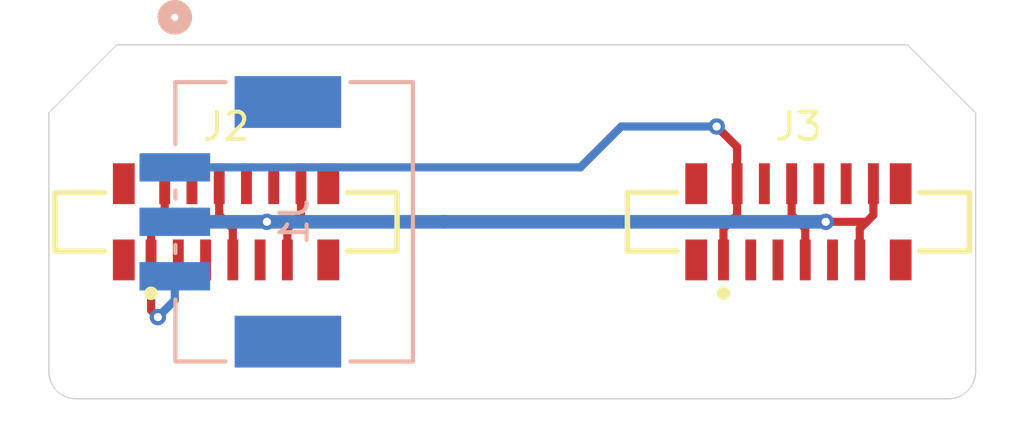
<source format=kicad_pcb>
(kicad_pcb (version 20241229) (generator "pcbnew") (generator_version "9.0")
  (layers (0 "F.Cu" signal) (2 "B.Cu" signal) (13 "F.Paste" user) (15 "B.Paste" user) (5 "F.SilkS" user "F.Silkscreen") (7 "B.SilkS" user "B.Silkscreen") (1 "F.Mask" user) (3 "B.Mask" user) (25 "Edge.Cuts" user))
  (net 0 "")
  (net 1 "GND")
  (net 2 "/Out0")
  (net 3 "/Out1")
  (footprint "Altium_WR-FPC (rev22c):687312124422" (layer "F.Cu") (at 89.5 141.5)
    (property "Reference" "J2" (at 0 -3.5 0) (layer "F.SilkS"))
    (property "Value" "Würth 687312124422")
    (fp_line (start -6.275 -1.075) (end -4.45 -1.075) (stroke (width 0.2)) (layer "F.SilkS"))
    (fp_line (start -6.275 1.075) (end -6.275 -1.075) (stroke (width 0.2)) (layer "F.SilkS"))
    (fp_line (start -6.275 1.075) (end -4.45 1.075) (stroke (width 0.2)) (layer "F.SilkS"))
    (fp_line (start 4.45 -1.075) (end 6.275 -1.075) (stroke (width 0.2)) (layer "F.SilkS"))
    (fp_line (start 4.45 1.075) (end 6.275 1.075) (stroke (width 0.2)) (layer "F.SilkS"))
    (fp_line (start 6.275 1.075) (end 6.275 -1.075) (stroke (width 0.2)) (layer "F.SilkS"))
    (fp_circle (center -2.75 2.625) (end -2.75 2.5) (stroke (width 0.25)) (fill no) (layer "F.SilkS"))
    (pad "1" smd rect (at -2.75 1.4) (size 0.4 1.5) (layers "F.Cu" "F.Mask" "F.Paste") (net 2 "/Out0"))
    (pad "2" smd rect (at -2.25 -1.4) (size 0.4 1.5) (layers "F.Cu" "F.Mask" "F.Paste") (net 2 "/Out0"))
    (pad "3" smd rect (at -1.74999 1.4) (size 0.4 1.5) (layers "F.Cu" "F.Mask" "F.Paste"))
    (pad "4" smd rect (at -1.25 -1.4) (size 0.4 1.5) (layers "F.Cu" "F.Mask" "F.Paste"))
    (pad "5" smd rect (at -0.74999 1.4) (size 0.4 1.5) (layers "F.Cu" "F.Mask" "F.Paste"))
    (pad "6" smd rect (at -0.24999 -1.4) (size 0.4 1.5) (layers "F.Cu" "F.Mask" "F.Paste") (net 1 "GND"))
    (pad "7" smd rect (at 0.25001 1.4) (size 0.4 1.5) (layers "F.Cu" "F.Mask" "F.Paste") (net 1 "GND"))
    (pad "8" smd rect (at 0.75001 -1.4) (size 0.4 1.5) (layers "F.Cu" "F.Mask" "F.Paste"))
    (pad "9" smd rect (at 1.25001 1.4) (size 0.4 1.5) (layers "F.Cu" "F.Mask" "F.Paste"))
    (pad "10" smd rect (at 1.75001 -1.4) (size 0.4 1.5) (layers "F.Cu" "F.Mask" "F.Paste"))
    (pad "11" smd rect (at 2.25001 1.4) (size 0.4 1.5) (layers "F.Cu" "F.Mask" "F.Paste") (net 1 "GND"))
    (pad "12" smd rect (at 2.75001 -1.4) (size 0.4 1.5) (layers "F.Cu" "F.Mask" "F.Paste") (net 1 "GND"))
    (pad "M1" smd rect (at -3.75 1.4) (size 0.8 1.5) (layers "F.Cu" "F.Mask" "F.Paste"))
    (pad "M2" smd rect (at -3.75 -1.4) (size 0.8 1.5) (layers "F.Cu" "F.Mask" "F.Paste"))
    (pad "M3" smd rect (at 3.75001 1.4) (size 0.8 1.5) (layers "F.Cu" "F.Mask" "F.Paste"))
    (pad "M4" smd rect (at 3.75001 -1.4) (size 0.8 1.5) (layers "F.Cu" "F.Mask" "F.Paste"))
  )
  (footprint "Altium_WR-FPC (rev22c):687312124422" (layer "F.Cu") (at 110.5 141.5)
    (property "Reference" "J3" (at 0 -3.5 0) (layer "F.SilkS"))
    (property "Value" "Würth 687312124422")
    (fp_line (start -6.275 -1.075) (end -4.45 -1.075) (stroke (width 0.2)) (layer "F.SilkS"))
    (fp_line (start -6.275 1.075) (end -6.275 -1.075) (stroke (width 0.2)) (layer "F.SilkS"))
    (fp_line (start -6.275 1.075) (end -4.45 1.075) (stroke (width 0.2)) (layer "F.SilkS"))
    (fp_line (start 4.45 -1.075) (end 6.275 -1.075) (stroke (width 0.2)) (layer "F.SilkS"))
    (fp_line (start 4.45 1.075) (end 6.275 1.075) (stroke (width 0.2)) (layer "F.SilkS"))
    (fp_line (start 6.275 1.075) (end 6.275 -1.075) (stroke (width 0.2)) (layer "F.SilkS"))
    (fp_circle (center -2.75 2.625) (end -2.75 2.5) (stroke (width 0.25)) (fill no) (layer "F.SilkS"))
    (pad "1" smd rect (at -2.75 1.4) (size 0.4 1.5) (layers "F.Cu" "F.Mask" "F.Paste") (net 3 "/Out1"))
    (pad "2" smd rect (at -2.25 -1.4) (size 0.4 1.5) (layers "F.Cu" "F.Mask" "F.Paste") (net 3 "/Out1"))
    (pad "3" smd rect (at -1.74999 1.4) (size 0.4 1.5) (layers "F.Cu" "F.Mask" "F.Paste"))
    (pad "4" smd rect (at -1.25 -1.4) (size 0.4 1.5) (layers "F.Cu" "F.Mask" "F.Paste"))
    (pad "5" smd rect (at -0.74999 1.4) (size 0.4 1.5) (layers "F.Cu" "F.Mask" "F.Paste"))
    (pad "6" smd rect (at -0.24999 -1.4) (size 0.4 1.5) (layers "F.Cu" "F.Mask" "F.Paste") (net 1 "GND"))
    (pad "7" smd rect (at 0.25001 1.4) (size 0.4 1.5) (layers "F.Cu" "F.Mask" "F.Paste") (net 1 "GND"))
    (pad "8" smd rect (at 0.75001 -1.4) (size 0.4 1.5) (layers "F.Cu" "F.Mask" "F.Paste"))
    (pad "9" smd rect (at 1.25001 1.4) (size 0.4 1.5) (layers "F.Cu" "F.Mask" "F.Paste"))
    (pad "10" smd rect (at 1.75001 -1.4) (size 0.4 1.5) (layers "F.Cu" "F.Mask" "F.Paste"))
    (pad "11" smd rect (at 2.25001 1.4) (size 0.4 1.5) (layers "F.Cu" "F.Mask" "F.Paste") (net 1 "GND"))
    (pad "12" smd rect (at 2.75001 -1.4) (size 0.4 1.5) (layers "F.Cu" "F.Mask" "F.Paste") (net 1 "GND"))
    (pad "M1" smd rect (at -3.75 1.4) (size 0.8 1.5) (layers "F.Cu" "F.Mask" "F.Paste"))
    (pad "M2" smd rect (at -3.75 -1.4) (size 0.8 1.5) (layers "F.Cu" "F.Mask" "F.Paste"))
    (pad "M3" smd rect (at 3.75001 1.4) (size 0.8 1.5) (layers "F.Cu" "F.Mask" "F.Paste"))
    (pad "M4" smd rect (at 3.75001 -1.4) (size 0.8 1.5) (layers "F.Cu" "F.Mask" "F.Paste"))
  )
  (footprint "Molex_own:505578-0371" (layer "B.Cu") (at 92 141.5 -90)
    (property "Reference" "J1" (at 0 0 90) (layer "B.SilkS") (effects (justify mirror)))
    (property "Value" "Molex 505578-0371")
    (fp_circle (center -7.511499 4.3791) (end -7.130499 4.3791) (stroke (width 0.508)) (fill no) (layer "F.SilkS"))
    (fp_line (start -5.1308 4.3561) (end -5.1308 2.51764) (stroke (width 0.1524)) (layer "B.SilkS"))
    (fp_line (start -2.853441 4.3561) (end -5.1308 4.3561) (stroke (width 0.1524)) (layer "B.SilkS"))
    (fp_line (start -0.85344 4.3561) (end -1.146561 4.3561) (stroke (width 0.1524)) (layer "B.SilkS"))
    (fp_line (start 1.146561 4.3561) (end 0.85344 4.3561) (stroke (width 0.1524)) (layer "B.SilkS"))
    (fp_line (start 5.1308 4.3561) (end 2.853441 4.3561) (stroke (width 0.1524)) (layer "B.SilkS"))
    (fp_line (start 5.1308 2.51764) (end 5.1308 4.3561) (stroke (width 0.1524)) (layer "B.SilkS"))
    (fp_line (start -5.1308 -2.05944) (end -5.1308 -4.3561) (stroke (width 0.1524)) (layer "B.SilkS"))
    (fp_line (start -5.1308 -4.3561) (end 5.1308 -4.3561) (stroke (width 0.1524)) (layer "B.SilkS"))
    (fp_line (start 5.1308 -4.3561) (end 5.1308 -2.05944) (stroke (width 0.1524)) (layer "B.SilkS"))
    (fp_circle (center -7.511499 4.3791) (end -7.130499 4.3791) (stroke (width 0.508)) (fill no) (layer "B.SilkS"))
    (pad "1" smd rect (at -2.000001 4.3791 270) (size 1.0414 2.5908) (layers "B.Cu" "B.Mask" "B.Paste") (net 3 "/Out1"))
    (pad "2" smd rect (at 0 4.3791 270) (size 1.0414 2.5908) (layers "B.Cu" "B.Mask" "B.Paste") (net 1 "GND"))
    (pad "3" smd rect (at 2.000001 4.3791 270) (size 1.0414 2.5908) (layers "B.Cu" "B.Mask" "B.Paste") (net 2 "/Out0"))
    (pad "4" smd rect (at -4.399999 0.2291 270) (size 1.905 3.9116) (layers "B.Cu" "B.Mask" "B.Paste"))
    (pad "5" smd rect (at 4.399999 0.2291 270) (size 1.905 3.9116) (layers "B.Cu" "B.Mask" "B.Paste"))
  )
  (gr_arc (start 84 148) (mid 83.292893 147.707107) (end 83 147) (stroke (width 0.05)) (layer "Edge.Cuts"))
  (gr_line (start 117 137.5) (end 114.5 135) (stroke (width 0.05)) (layer "Edge.Cuts"))
  (gr_line (start 116 148) (end 84 148) (stroke (width 0.05)) (layer "Edge.Cuts"))
  (gr_line (start 117 147) (end 117 137.5) (stroke (width 0.05)) (layer "Edge.Cuts"))
  (gr_line (start 83 137.5) (end 85.5 135) (stroke (width 0.05)) (layer "Edge.Cuts"))
  (gr_line (start 114.5 135) (end 85.5 135) (stroke (width 0.05)) (layer "Edge.Cuts"))
  (gr_arc (start 117 147) (mid 116.707107 147.707107) (end 116 148) (stroke (width 0.05)) (layer "Edge.Cuts"))
  (gr_line (start 83 137.5) (end 83 147) (stroke (width 0.05)) (layer "Edge.Cuts"))
  (segment (start 110.5 141.5) (end 111.5 141.5) (width 0.3) (layer "F.Cu") (net 1))
  (segment (start 92.25001 141.24999) (end 92 141.5) (width 0.3) (layer "F.Cu") (net 1))
  (segment (start 89.5 141.5) (end 91 141.5) (width 0.3) (layer "F.Cu") (net 1))
  (segment (start 110.75001 141.75001) (end 110.5 141.5) (width 0.3) (layer "F.Cu") (net 1))
  (segment (start 110.75001 142.9) (end 110.75001 141.75001) (width 0.3) (layer "F.Cu") (net 1))
  (segment (start 113.25001 141.24999) (end 113.25001 140.1) (width 0.3) (layer "F.Cu") (net 1))
  (segment (start 110.5 141.5) (end 110.25001 141.25001) (width 0.3) (layer "F.Cu") (net 1))
  (segment (start 110.25001 141.25001) (end 110.25001 140.1) (width 0.3) (layer "F.Cu") (net 1))
  (segment (start 89.5 141.5) (end 89.75001 141.75001) (width 0.3) (layer "F.Cu") (net 1))
  (segment (start 112.75001 142.9) (end 112.75001 141.74999) (width 0.3) (layer "F.Cu") (net 1))
  (segment (start 89.25001 140.1) (end 89.25001 141.25001) (width 0.3) (layer "F.Cu") (net 1))
  (segment (start 92 141.5) (end 91.75001 141.74999) (width 0.3) (layer "F.Cu") (net 1))
  (segment (start 89.25001 141.25001) (end 89.5 141.5) (width 0.3) (layer "F.Cu") (net 1))
  (segment (start 113 141.5) (end 113.25001 141.24999) (width 0.3) (layer "F.Cu") (net 1))
  (segment (start 91.75001 141.74999) (end 91.75001 142.9) (width 0.3) (layer "F.Cu") (net 1))
  (segment (start 112.75001 141.74999) (end 113 141.5) (width 0.3) (layer "F.Cu") (net 1))
  (segment (start 91 141.5) (end 92 141.5) (width 0.3) (layer "F.Cu") (net 1))
  (segment (start 89.75001 141.75001) (end 89.75001 142.9) (width 0.3) (layer "F.Cu") (net 1))
  (segment (start 111.5 141.5) (end 113 141.5) (width 0.3) (layer "F.Cu") (net 1))
  (segment (start 92.25001 140.1) (end 92.25001 141.24999) (width 0.3) (layer "F.Cu") (net 1))
  (via (at 111.5 141.5) (size 0.6) (drill 0.3) (layers "F.Cu" "B.Cu") (net 1))
  (via (at 91 141.5) (size 0.6) (drill 0.3) (layers "F.Cu" "B.Cu") (net 1))
  (segment (start 97.5 141.5) (end 91 141.5) (width 0.5) (layer "B.Cu") (net 1))
  (segment (start 97.5 141.5) (end 111.5 141.5) (width 0.5) (layer "B.Cu") (net 1))
  (segment (start 91 141.5) (end 87.6209 141.5) (width 0.5) (layer "B.Cu") (net 1))
  (segment (start 87.25 141.25) (end 87 141.5) (width 0.3) (layer "F.Cu") (net 2))
  (segment (start 86.75 141.75) (end 86.75 142.9) (width 0.3) (layer "F.Cu") (net 2))
  (segment (start 87.25 140.1) (end 87.25 141.25) (width 0.3) (layer "F.Cu") (net 2))
  (segment (start 87 141.5) (end 86.75 141.75) (width 0.3) (layer "F.Cu") (net 2))
  (segment (start 86.75 144.75) (end 87 145) (width 0.3) (layer "F.Cu") (net 2))
  (segment (start 86.75 142.9) (end 86.75 144.75) (width 0.3) (layer "F.Cu") (net 2))
  (via (at 87 145) (size 0.6) (drill 0.3) (layers "F.Cu" "B.Cu") (net 2))
  (segment (start 87.6209 144.3791) (end 87 145) (width 0.3) (layer "B.Cu") (net 2))
  (segment (start 87.6209 143.500001) (end 87.6209 144.3791) (width 0.3) (layer "B.Cu") (net 2))
  (segment (start 108.25 141.25) (end 108 141.5) (width 0.3) (layer "F.Cu") (net 3))
  (segment (start 108.25 138.75) (end 108.25 139.599) (width 0.3) (layer "F.Cu") (net 3))
  (segment (start 107.5 138) (end 108.25 138.75) (width 0.3) (layer "F.Cu") (net 3))
  (segment (start 108 141.5) (end 107.75 141.75) (width 0.3) (layer "F.Cu") (net 3))
  (segment (start 107.75 141.75) (end 107.75 142.9) (width 0.3) (layer "F.Cu") (net 3))
  (segment (start 108.25 140.1) (end 108.25 141.25) (width 0.3) (layer "F.Cu") (net 3))
  (via (at 107.5 138) (size 0.6) (drill 0.3) (layers "F.Cu" "B.Cu") (net 3))
  (segment (start 102.500001 139.499999) (end 104 138) (width 0.3) (layer "B.Cu") (net 3))
  (segment (start 104 138) (end 107.5 138) (width 0.3) (layer "B.Cu") (net 3))
  (segment (start 87.6209 139.499999) (end 102.500001 139.499999) (width 0.3) (layer "B.Cu") (net 3))
)
</source>
